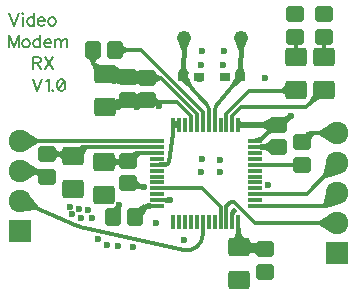
<source format=gbr>
G04 DipTrace 4.3.0.3*
G04 GTL.gbr*
%MOMM*%
G04 #@! TF.FileFunction,Copper,L1,Top*
G04 #@! TF.Part,Single*
%AMOUTLINE0*
4,1,28,
-0.65,-0.503,
-0.65,0.503,
-0.64158,0.56693,
-0.61691,0.6265,
-0.57766,0.67766,
-0.5265,0.71691,
-0.46693,0.74158,
-0.403,0.75,
0.403,0.75,
0.46693,0.74158,
0.5265,0.71691,
0.57766,0.67766,
0.61691,0.6265,
0.64158,0.56693,
0.65,0.503,
0.65,-0.503,
0.64158,-0.56693,
0.61691,-0.6265,
0.57766,-0.67766,
0.5265,-0.71691,
0.46693,-0.74158,
0.403,-0.75,
-0.403,-0.75,
-0.46693,-0.74158,
-0.5265,-0.71691,
-0.57766,-0.67766,
-0.61691,-0.6265,
-0.64158,-0.56693,
-0.65,-0.503,
0*%
%AMOUTLINE2*
4,1,28,
0.503,-0.65,
-0.503,-0.65,
-0.56693,-0.64158,
-0.6265,-0.61691,
-0.67766,-0.57766,
-0.71691,-0.5265,
-0.74158,-0.46693,
-0.75,-0.403,
-0.75,0.403,
-0.74158,0.46693,
-0.71691,0.5265,
-0.67766,0.57766,
-0.6265,0.61691,
-0.56693,0.64158,
-0.503,0.65,
0.503,0.65,
0.56693,0.64158,
0.6265,0.61691,
0.67766,0.57766,
0.71691,0.5265,
0.74158,0.46693,
0.75,0.403,
0.75,-0.403,
0.74158,-0.46693,
0.71691,-0.5265,
0.67766,-0.57766,
0.6265,-0.61691,
0.56693,-0.64158,
0.503,-0.65,
0*%
%AMOUTLINE4*
4,1,28,
-0.66,0.8,
0.66,0.8,
0.72212,0.79182,
0.78,0.76785,
0.82971,0.72971,
0.86785,0.68,
0.89182,0.62212,
0.9,0.56,
0.9,-0.56,
0.89182,-0.62212,
0.86785,-0.68,
0.82971,-0.72971,
0.78,-0.76785,
0.72212,-0.79182,
0.66,-0.8,
-0.66,-0.8,
-0.72212,-0.79182,
-0.78,-0.76785,
-0.82971,-0.72971,
-0.86785,-0.68,
-0.89182,-0.62212,
-0.9,-0.56,
-0.9,0.56,
-0.89182,0.62212,
-0.86785,0.68,
-0.82971,0.72971,
-0.78,0.76785,
-0.72212,0.79182,
-0.66,0.8,
0*%
%AMOUTLINE6*
4,1,28,
-0.50303,0.64998,
0.50297,0.65002,
0.5669,0.64161,
0.62648,0.61693,
0.67763,0.57768,
0.71689,0.52653,
0.74156,0.46696,
0.74998,0.40303,
0.75002,-0.40297,
0.7416,-0.4669,
0.71693,-0.52647,
0.67768,-0.57763,
0.62652,-0.61688,
0.56695,-0.64156,
0.50303,-0.64998,
-0.50297,-0.65002,
-0.5669,-0.64161,
-0.62648,-0.61693,
-0.67763,-0.57768,
-0.71689,-0.52653,
-0.74156,-0.46696,
-0.74998,-0.40303,
-0.75002,0.40297,
-0.7416,0.4669,
-0.71693,0.52647,
-0.67768,0.57763,
-0.62652,0.61688,
-0.56695,0.64156,
-0.50303,0.64998,
0*%
%AMOUTLINE8*
4,1,28,
-0.66003,0.79997,
0.65997,0.80003,
0.72208,0.79185,
0.77997,0.76788,
0.82968,0.72974,
0.86782,0.68004,
0.8918,0.62215,
0.89998,0.56004,
0.90002,-0.55996,
0.89185,-0.62208,
0.86787,-0.67996,
0.82974,-0.72967,
0.78003,-0.76781,
0.72215,-0.79179,
0.66003,-0.79997,
-0.65997,-0.80003,
-0.72208,-0.79185,
-0.77997,-0.76788,
-0.82968,-0.72974,
-0.86782,-0.68004,
-0.8918,-0.62215,
-0.89998,-0.56004,
-0.90002,0.55996,
-0.89185,0.62208,
-0.86787,0.67996,
-0.82974,0.72967,
-0.78003,0.76781,
-0.72215,0.79179,
-0.66003,0.79997,
0*%
%AMOUTLINE10*
4,1,28,
0.66001,-0.79999,
-0.65999,-0.80001,
-0.7221,-0.79184,
-0.77999,-0.76786,
-0.82969,-0.72972,
-0.86783,-0.68002,
-0.89181,-0.62213,
-0.89999,-0.56002,
-0.90001,0.55998,
-0.89183,0.6221,
-0.86786,0.67998,
-0.82972,0.72969,
-0.78001,0.76783,
-0.72213,0.79181,
-0.66001,0.79999,
0.65999,0.80001,
0.7221,0.79184,
0.77999,0.76786,
0.82969,0.72972,
0.86783,0.68002,
0.89181,0.62213,
0.89999,0.56002,
0.90001,-0.55998,
0.89183,-0.6221,
0.86786,-0.67998,
0.82972,-0.72969,
0.78001,-0.76783,
0.72213,-0.79181,
0.66001,-0.79999,
0*%
%AMOUTLINE12*
4,1,28,
0.07,-0.63,
-0.07,-0.63,
-0.09071,-0.62727,
-0.11,-0.61928,
-0.12657,-0.60657,
-0.13928,-0.59,
-0.14727,-0.57071,
-0.15,-0.55,
-0.15,0.55,
-0.14727,0.57071,
-0.13928,0.59,
-0.12657,0.60657,
-0.11,0.61928,
-0.09071,0.62727,
-0.07,0.63,
0.07,0.63,
0.09071,0.62727,
0.11,0.61928,
0.12657,0.60657,
0.13928,0.59,
0.14727,0.57071,
0.15,0.55,
0.15,-0.55,
0.14727,-0.57071,
0.13928,-0.59,
0.12657,-0.60657,
0.11,-0.61928,
0.09071,-0.62727,
0.07,-0.63,
0*%
%AMOUTLINE14*
4,1,28,
0.63,0.07,
0.63,-0.07,
0.62727,-0.09071,
0.61928,-0.11,
0.60657,-0.12657,
0.59,-0.13928,
0.57071,-0.14727,
0.55,-0.15,
-0.55,-0.15,
-0.57071,-0.14727,
-0.59,-0.13928,
-0.60657,-0.12657,
-0.61928,-0.11,
-0.62727,-0.09071,
-0.63,-0.07,
-0.63,0.07,
-0.62727,0.09071,
-0.61928,0.11,
-0.60657,0.12657,
-0.59,0.13928,
-0.57071,0.14727,
-0.55,0.15,
0.55,0.15,
0.57071,0.14727,
0.59,0.13928,
0.60657,0.12657,
0.61928,0.11,
0.62727,0.09071,
0.63,0.07,
0*%
%AMOUTLINE16*
4,1,28,
-0.07,0.63,
0.07,0.63,
0.09071,0.62727,
0.11,0.61928,
0.12657,0.60657,
0.13928,0.59,
0.14727,0.57071,
0.15,0.55,
0.15,-0.55,
0.14727,-0.57071,
0.13928,-0.59,
0.12657,-0.60657,
0.11,-0.61928,
0.09071,-0.62727,
0.07,-0.63,
-0.07,-0.63,
-0.09071,-0.62727,
-0.11,-0.61928,
-0.12657,-0.60657,
-0.13928,-0.59,
-0.14727,-0.57071,
-0.15,-0.55,
-0.15,0.55,
-0.14727,0.57071,
-0.13928,0.59,
-0.12657,0.60657,
-0.11,0.61928,
-0.09071,0.62727,
-0.07,0.63,
0*%
%AMOUTLINE18*
4,1,28,
-0.63,-0.07,
-0.63,0.07,
-0.62727,0.09071,
-0.61928,0.11,
-0.60657,0.12657,
-0.59,0.13928,
-0.57071,0.14727,
-0.55,0.15,
0.55,0.15,
0.57071,0.14727,
0.59,0.13928,
0.60657,0.12657,
0.61928,0.11,
0.62727,0.09071,
0.63,0.07,
0.63,-0.07,
0.62727,-0.09071,
0.61928,-0.11,
0.60657,-0.12657,
0.59,-0.13928,
0.57071,-0.14727,
0.55,-0.15,
-0.55,-0.15,
-0.57071,-0.14727,
-0.59,-0.13928,
-0.60657,-0.12657,
-0.61928,-0.11,
-0.62727,-0.09071,
-0.63,-0.07,
0*%
G04 #@! TA.AperFunction,Conductor*
%ADD15C,0.3*%
G04 #@! TA.AperFunction,ViaPad*
%ADD16C,0.45*%
G04 #@! TA.AperFunction,Conductor*
%ADD17C,0.8*%
G04 #@! TA.AperFunction,ViaPad*
%ADD18C,0.5*%
G04 #@! TA.AperFunction,Conductor*
%ADD19C,0.35*%
G04 #@! TA.AperFunction,ComponentPad*
%ADD25R,1.92X1.92*%
%ADD26C,1.92*%
%ADD28R,0.9X0.7*%
G04 #@! TA.AperFunction,ComponentPad*
%ADD31C,1.2192*%
G04 #@! TA.AperFunction,ViaPad*
%ADD32C,0.6*%
%ADD44C,0.15686*%
%ADD45OUTLINE0*%
%ADD47OUTLINE2*%
%ADD49OUTLINE4*%
%ADD51OUTLINE6*%
%ADD53OUTLINE8*%
%ADD55OUTLINE10*%
%ADD57OUTLINE12*%
%ADD59OUTLINE14*%
%ADD61OUTLINE16*%
%ADD63OUTLINE18*%
%FSLAX35Y35*%
G04*
G71*
G90*
G75*
G01*
G04 Top*
%LPD*%
G36*
X3052500Y1535000D2*
X3078480Y1490000D1*
X3079233Y1482037D1*
X2992557D1*
X2991807Y1490000D1*
X3007500Y1535000D1*
X3052500D1*
G37*
G36*
X3015093Y1605657D2*
X3007637Y1538983D1*
Y1537483D1*
X3052363D1*
Y1538983D1*
X3044907Y1605657D1*
X3015093D1*
G37*
X3030000Y1622000D2*
D15*
Y1536500D1*
D16*
Y1420000D1*
X3040000Y1410000D1*
G36*
X3135000Y1417500D2*
X3180450Y1440000D1*
X3187950D1*
Y1350000D1*
X3180450D1*
X3135000Y1372500D1*
Y1417500D1*
G37*
G36*
X3175000Y1372500D2*
X3130000Y1358740D1*
X3121073Y1359880D1*
Y1446247D1*
X3130000Y1445107D1*
X3175000Y1417500D1*
Y1372500D1*
G37*
X3255000Y1395000D2*
D16*
X3055000D1*
X3040000Y1410000D1*
G36*
X2265910Y1744090D2*
X2225000Y1672047D1*
X2220403Y1667453D1*
X2175063Y1740403D1*
X2179657Y1745000D1*
X2234090Y1775910D1*
X2265910Y1744090D1*
G37*
G36*
X2325657Y1774907D2*
X2258983Y1782363D1*
X2257483D1*
Y1737637D1*
X2258983D1*
X2325657Y1745093D1*
Y1774907D1*
G37*
X2342000Y1760000D2*
D15*
X2256500D1*
D16*
X2250000D1*
X2160000Y1670000D1*
G36*
X3256617Y2335403D2*
X3231000Y2311343D1*
X3229740Y2310527D1*
X3158320Y2324183D1*
X3159580Y2325000D1*
X3235403Y2356617D1*
X3256617Y2335403D1*
G37*
G36*
X3263093Y2384307D2*
X3290000Y2422843D1*
X3295017Y2426977D1*
X3338730Y2389133D1*
X3333713Y2385000D1*
X3284307Y2363093D1*
X3263093Y2384307D1*
G37*
G36*
X3322967Y2401777D2*
X3361773Y2437050D1*
X3362833Y2438113D1*
X3338113Y2462833D1*
X3337050Y2461773D1*
X3301777Y2422967D1*
X3322967Y2401777D1*
G37*
X3168000Y2310000D2*
D15*
X3210000D1*
X3350000Y2450000D1*
D19*
X3365000D1*
G36*
X3429900Y2509990D2*
X3450780Y2526800D1*
X3453343Y2528360D1*
X3475180Y2492483D1*
X3472617Y2490923D1*
X3448097Y2480093D1*
X3429900Y2509990D1*
G37*
G36*
X3478477Y2498587D2*
X3440000Y2454567D1*
X3433593Y2450667D1*
X3399040Y2511100D1*
X3405447Y2515000D1*
X3460280Y2528483D1*
X3478477Y2498587D1*
G37*
X3480000Y2520000D2*
D19*
X3365000Y2450000D1*
X3500000Y3375000D2*
X3509997Y3385000D1*
G36*
X3070000Y2433000D2*
X3045000Y2418000D1*
X3043500D1*
Y2478000D1*
X3045000D1*
X3070000Y2463000D1*
Y2433000D1*
G37*
G36*
X3240000Y2473000D2*
X3291573Y2498970D1*
X3299070Y2499107D1*
X3299967Y2399077D1*
X3292467Y2398940D1*
X3240000Y2423000D1*
Y2473000D1*
G37*
G36*
X3026363Y2433447D2*
X3063937Y2423747D1*
X3065437D1*
Y2472253D1*
X3063937D1*
X3026363Y2462553D1*
Y2433447D1*
G37*
X3030000Y2448000D2*
D15*
X3070000D1*
D18*
X3363000D1*
X3365000Y2450000D1*
G36*
X3132000Y1442500D2*
X3158577Y1446000D1*
X3161577D1*
Y1404000D1*
X3158577D1*
X3132000Y1407500D1*
Y1442500D1*
G37*
G36*
X3165000Y1407500D2*
X3130000Y1385670D1*
X3121083Y1384437D1*
Y1451433D1*
X3130000Y1452667D1*
X3165000Y1442500D1*
Y1407500D1*
G37*
X3180000Y1425000D2*
D19*
X3055000D1*
X3040000Y1410000D1*
G36*
X2169740Y1654993D2*
X2167557Y1636860D1*
X2166580Y1634023D1*
X2127717Y1649953D1*
X2128697Y1652790D1*
X2144993Y1679740D1*
X2169740Y1654993D1*
G37*
X2140000Y1625000D2*
D19*
Y1650000D1*
X2160000Y1670000D1*
X3168000Y2110000D2*
D15*
X3248500D1*
D19*
X3570003D1*
X2342000Y1910000D2*
D15*
X2422500D1*
D19*
X2725000D1*
X2880000Y1755000D1*
Y1702500D1*
D15*
Y1622000D1*
G36*
X1318317Y1725733D2*
X1220430Y1714777D1*
X1211653Y1718670D1*
X1266140Y1841530D1*
X1274913Y1837637D1*
X1332507Y1757727D1*
X1318317Y1725733D1*
G37*
G36*
X2715017Y1594713D2*
X2712520Y1542333D1*
Y1540833D1*
X2747480D1*
Y1542333D1*
X2744983Y1594713D1*
X2715017D1*
G37*
X2730000Y1622000D2*
D15*
Y1541500D1*
D19*
Y1520000D1*
G02X2570000Y1390000I-132799J-16D01*
G01*
X1690000Y1585000D1*
G02X1645000Y1600000I49606J223819D01*
G01*
X1185000Y1804000D1*
G36*
X3749627Y1772373D2*
X3774003Y1867040D1*
X3780793Y1873830D1*
X3875827Y1778793D1*
X3869040Y1772007D1*
X3774373Y1747627D1*
X3749627Y1772373D1*
G37*
G36*
X3195287Y1745017D2*
X3247667Y1742520D1*
X3249167D1*
Y1777480D1*
X3247667D1*
X3195287Y1774983D1*
Y1745017D1*
G37*
X3168000Y1760000D2*
D15*
X3248500D1*
D19*
X3762000D1*
X3870000Y1868000D1*
G36*
X3716403Y1631500D2*
X3801447Y1681200D1*
X3811047D1*
Y1546800D1*
X3801447D1*
X3716403Y1596500D1*
Y1631500D1*
G37*
G36*
X2944983Y1649287D2*
X2947480Y1701667D1*
Y1703167D1*
X2912520D1*
Y1701667D1*
X2915017Y1649287D1*
X2944983D1*
G37*
X3870003Y1614000D2*
D19*
X3176000D1*
X2995000Y1795000D1*
X2965000D1*
X2930000Y1760000D1*
Y1702500D1*
D15*
Y1622000D1*
G36*
X3749010Y2025763D2*
X3774000Y2121040D1*
X3780790Y2127830D1*
X3875823Y2032793D1*
X3869037Y2026007D1*
X3773757Y2001013D1*
X3749010Y2025763D1*
G37*
G36*
X3195287Y1845017D2*
X3247667Y1842520D1*
X3249167D1*
Y1877480D1*
X3247667D1*
X3195287Y1874983D1*
Y1845017D1*
G37*
X3168000Y1860000D2*
D15*
X3248500D1*
D19*
X3607993D1*
X3869997Y2122000D1*
G36*
X2722500Y2813870D2*
X2723633Y2815000D1*
X2722420Y2818283D1*
X2671513D1*
X2672727Y2815000D1*
X2687500Y2813870D1*
X2722500D1*
G37*
X2705000Y2840000D2*
D19*
Y2835000D1*
X2695000Y2850000D1*
X2905000Y2845000D2*
X2915000Y2850000D1*
G36*
X3253500Y2282500D2*
X3290453Y2305020D1*
X3297953D1*
Y2214980D1*
X3290453D1*
X3253500Y2237500D1*
Y2282500D1*
G37*
G36*
X3184343Y2245093D2*
X3251017Y2237637D1*
X3252517D1*
Y2282363D1*
X3251017D1*
X3184343Y2274907D1*
Y2245093D1*
G37*
X3168000Y2260000D2*
D15*
X3253500D1*
D16*
X3360000D1*
X3365000D1*
G36*
X2250000Y2810000D2*
X2151197Y2785713D1*
X2143697D1*
Y2914287D1*
X2151197D1*
X2250000Y2890000D1*
Y2810000D1*
G37*
G36*
X2105000Y2890000D2*
X2204927Y2909533D1*
X2212420Y2909177D1*
X2210153Y2780663D1*
X2202660Y2781023D1*
X2105000Y2810000D1*
Y2890000D1*
G37*
X2094997Y2850000D2*
D17*
X2095000D1*
X2259997D1*
Y2845000D1*
G36*
X2064300Y2813587D2*
X1970587Y2795447D1*
X1961727Y2797043D1*
X1969657Y2953073D1*
X1978513Y2951477D1*
X2074407Y2892947D1*
X2064300Y2813587D1*
G37*
G36*
X1945693Y2909340D2*
X2043250Y2914957D1*
X2050637Y2913647D1*
X2042257Y2785730D1*
X2034870Y2787037D1*
X1935587Y2829980D1*
X1945693Y2909340D1*
G37*
X1899993Y2875000D2*
D17*
Y2874837D1*
X2094997Y2850000D1*
G36*
X2369997Y2822500D2*
X2334997Y2808110D1*
X2327507Y2808503D1*
Y2876790D1*
X2334997Y2876397D1*
X2369997Y2857500D1*
Y2822500D1*
G37*
G36*
X2302580D2*
X2274113Y2821877D1*
X2271133Y2822217D1*
X2275520Y2863987D1*
X2278503Y2863647D1*
X2302580Y2857500D1*
Y2822500D1*
G37*
G36*
X2694983Y2486787D2*
X2697480Y2539167D1*
Y2540667D1*
X2662520D1*
Y2539167D1*
X2665017Y2486787D1*
X2694983D1*
G37*
X2680000Y2448000D2*
D15*
Y2540000D1*
D19*
X2380000Y2840000D1*
X2264997D1*
X2259997Y2845000D1*
X1900000Y2865000D2*
D17*
X1899993Y2874837D1*
X2095000Y2855000D2*
Y2850000D1*
X2255000Y2845000D2*
X2259997D1*
X3360000Y2260000D2*
D16*
D3*
G36*
X2965000Y1677087D2*
X2968527Y1702200D1*
X2969223Y1704600D1*
X3003067Y1695673D1*
X3002367Y1693273D1*
X2995000Y1677087D1*
X2965000D1*
G37*
G36*
X2994983Y1649287D2*
X2997480Y1701667D1*
Y1703167D1*
X2962520D1*
Y1701667D1*
X2965017Y1649287D1*
X2994983D1*
G37*
X2980000Y1622000D2*
D15*
Y1702500D1*
D19*
Y1705000D1*
X2990000Y1715000D1*
G36*
X2402000Y1825000D2*
X2428577Y1831000D1*
X2431577D1*
Y1789000D1*
X2428577D1*
X2402000Y1795000D1*
Y1825000D1*
G37*
G36*
X2369287Y1795017D2*
X2421667Y1792520D1*
X2423167D1*
Y1827480D1*
X2421667D1*
X2369287Y1824983D1*
Y1795017D1*
G37*
X2342000Y1810000D2*
D15*
X2422500D1*
D19*
X2450000D1*
G36*
X3583683Y2338433D2*
X3600000Y2359700D1*
X3602123Y2361823D1*
X3631820Y2332123D1*
X3629700Y2330000D1*
X3608433Y2313683D1*
X3583683Y2338433D1*
G37*
X3630000Y2360000D2*
D19*
X3569997Y2300000D1*
G36*
X2005943Y1730693D2*
X1998313Y1749270D1*
X1997883Y1752240D1*
X2039860Y1750873D1*
X2040293Y1747903D1*
X2037060Y1716097D1*
X2005943Y1730693D1*
G37*
G36*
X2037500Y1770000D2*
X2032963Y1730123D1*
X2029203Y1723633D1*
X1964697Y1738510D1*
X1968457Y1745000D1*
X2002500Y1770000D1*
X2037500D1*
G37*
X2020000D2*
D19*
Y1720000D1*
X1970000Y1670000D1*
G36*
X2187000Y1942500D2*
X2213577Y1946000D1*
X2216577D1*
Y1904000D1*
X2213577D1*
X2187000Y1907500D1*
Y1942500D1*
G37*
G36*
X2117020Y1909423D2*
X2099117Y1925283D1*
X2097230Y1927617D1*
X2122907Y1960853D1*
X2124793Y1958520D1*
X2133830Y1942500D1*
X2117020Y1909423D1*
G37*
G36*
X2210000Y1907500D2*
X2172807Y1904520D1*
X2165637Y1906730D1*
X2167833Y1972867D1*
X2175000Y1970657D1*
X2210000Y1942500D1*
Y1907500D1*
G37*
X2235000Y1925000D2*
D19*
X2125000D1*
X2095000Y1955000D1*
G36*
X1338600Y2040500D2*
X1253557Y1990800D1*
X1243957D1*
Y2125200D1*
X1253557D1*
X1338600Y2075500D1*
Y2040500D1*
G37*
G36*
X1393433Y2041317D2*
X1414700Y2025000D1*
X1416820Y2022877D1*
X1387123Y1993180D1*
X1385000Y1995300D1*
X1368683Y2016567D1*
X1393433Y2041317D1*
G37*
G36*
X1306230Y2075500D2*
X1350930Y2070807D1*
X1357657Y2067487D1*
X1346727Y2001567D1*
X1340000Y2004887D1*
X1306230Y2040500D1*
Y2075500D1*
G37*
X1185000Y2058000D2*
D19*
X1352000D1*
X1415000Y1995000D1*
G36*
X3716390Y2393500D2*
X3801433Y2443200D1*
X3811033D1*
Y2308800D1*
X3801433D1*
X3716390Y2358500D1*
Y2393500D1*
G37*
G36*
X3673377Y2358500D2*
X3657367Y2347713D1*
X3654603Y2346547D1*
X3640070Y2385950D1*
X3642833Y2387117D1*
X3673377Y2393500D1*
Y2358500D1*
G37*
G36*
X3666553D2*
X3644997Y2320253D1*
X3639780Y2314863D1*
X3589470Y2359610D1*
X3594687Y2365000D1*
X3639550Y2392267D1*
X3666553Y2358500D1*
G37*
X3869990Y2376000D2*
D19*
X3646000D1*
X3630000Y2360000D1*
G36*
X3262237Y1187487D2*
X3264270Y1186390D1*
X3266053Y1183977D1*
X3237330Y1183877D1*
X3235547Y1186290D1*
X3232550Y1201303D1*
X3262237Y1187487D1*
G37*
X3250000Y1160000D2*
D19*
Y1200000D1*
X3255000Y1205000D1*
X3035000Y1105000D2*
Y1125000D1*
X3040000Y1130000D1*
X2095000Y1955000D2*
X2100000D1*
G36*
X1895000Y1867500D2*
X1918577Y1871000D1*
X1921577D1*
Y1829000D1*
X1918577D1*
X1895000Y1832500D1*
Y1867500D1*
G37*
X1940000Y1850000D2*
D19*
X1895000D1*
G36*
X1642377Y1917373D2*
X1662320Y1929880D1*
X1665000Y1900000D1*
X1657053Y1872260D1*
X1654060Y1872067D1*
X1626403Y1884760D1*
X1642377Y1917373D1*
G37*
X1665000Y1900000D2*
D19*
X1635003D1*
X1630003Y1905000D1*
X1415000Y1995000D2*
Y2010000D1*
X1900000Y2865000D2*
Y2874993D1*
X1899993Y2875000D1*
G36*
X1782500Y2970000D2*
X1765000Y3005000D1*
Y3012500D1*
X1835000D1*
Y3005000D1*
X1817500Y2970000D1*
X1782500D1*
G37*
G36*
X1878433Y2911317D2*
X1899700Y2895000D1*
X1901820Y2892877D1*
X1872123Y2863180D1*
X1870000Y2865300D1*
X1853683Y2886567D1*
X1878433Y2911317D1*
G37*
G36*
X1782500Y3032000D2*
X1779000Y3058577D1*
Y3061577D1*
X1821000D1*
Y3058577D1*
X1817500Y3032000D1*
X1782500D1*
G37*
G36*
X1812373Y2977373D2*
X1863697Y2955000D1*
X1869673Y2949677D1*
X1815967Y2908843D1*
X1809993Y2914163D1*
X1787627Y2952627D1*
X1812373Y2977373D1*
G37*
X1800000Y3080000D2*
D19*
Y2965000D1*
X1900000Y2865000D1*
G36*
X3390000Y2752500D2*
X3425000Y2772910D1*
X3433960Y2773740D1*
Y2705833D1*
X3425000Y2705003D1*
X3390000Y2717500D1*
Y2752500D1*
G37*
G36*
X2944983Y2486787D2*
X2947480Y2539167D1*
Y2540667D1*
X2912520D1*
Y2539167D1*
X2915017Y2486787D1*
X2944983D1*
G37*
X2930000Y2448000D2*
D15*
Y2540000D1*
D19*
X3125000Y2735000D1*
X3505000D1*
X3515000Y2745000D1*
G36*
X3640660Y2655410D2*
X3665000Y2697353D1*
X3670657Y2703010D1*
X3730243Y2670657D1*
X3724587Y2665000D1*
X3665410Y2630660D1*
X3640660Y2655410D1*
G37*
X2980000Y2448000D2*
D19*
Y2520000D1*
X3055000Y2595000D1*
X3605000D1*
X3755000Y2745000D1*
G36*
X2090000Y3062500D2*
X2055000Y3045000D1*
X2048500D1*
Y3115000D1*
X2055000D1*
X2090000Y3097500D1*
Y3062500D1*
G37*
G36*
X2744983Y2475287D2*
X2747480Y2527667D1*
Y2529167D1*
X2712520D1*
Y2527667D1*
X2715017Y2475287D1*
X2744983D1*
G37*
X2730000Y2448000D2*
D15*
Y2528500D1*
D19*
Y2560000D1*
X2210000Y3080000D1*
X1990000D1*
G36*
X3026943Y3082910D2*
X3007803Y3137287D1*
X3007920Y3143383D1*
X3093250Y3141753D1*
X3093133Y3135660D1*
X3071933Y3082053D1*
X3026943Y3082910D1*
G37*
G36*
X3069023Y2929563D2*
X3089887Y2885000D1*
X3089820Y2881500D1*
X3000547D1*
X3000613Y2885000D1*
X3024030Y2930420D1*
X3069023Y2929563D1*
G37*
X3051300Y3180000D2*
D16*
X3045000Y2850000D1*
G36*
X2979983Y2799317D2*
X3000000Y2843480D1*
X3002240Y2846170D1*
X3063977Y2817690D1*
X3061737Y2815000D1*
X3006870Y2776910D1*
X2979983Y2799317D1*
G37*
G36*
X2844983Y2475287D2*
X2847480Y2527667D1*
Y2529167D1*
X2812520D1*
Y2527667D1*
X2815017Y2475287D1*
X2844983D1*
G37*
X2830000Y2448000D2*
D15*
Y2528500D1*
D19*
Y2570000D1*
G02X2845000Y2610000I60788J17D01*
G01*
X3045000Y2850000D1*
G36*
X2545107Y3082723D2*
X2525543Y3136947D1*
X2525610Y3143043D1*
X2610950Y3142087D1*
X2610880Y3135990D1*
X2590107Y3082217D1*
X2545107Y3082723D1*
G37*
G36*
X2588397Y2929743D2*
X2610003Y2885000D1*
X2609957Y2881500D1*
X2565000Y2850000D1*
X2519997Y2885000D1*
X2543400Y2930250D1*
X2588397Y2929743D1*
G37*
X2568700Y3180000D2*
D16*
X2565000Y2850000D1*
G36*
X2598513Y2776467D2*
X2547553Y2815000D1*
X2545453Y2817800D1*
X2607900Y2842860D1*
X2610000Y2840063D1*
X2625947Y2798203D1*
X2598513Y2776467D1*
G37*
G36*
X2794983Y2475287D2*
X2797480Y2527667D1*
Y2529167D1*
X2762520D1*
Y2527667D1*
X2765017Y2475287D1*
X2794983D1*
G37*
X2780000Y2448000D2*
D15*
Y2528500D1*
D19*
Y2585000D1*
G03X2765000Y2620000I-48282J22D01*
G01*
G02X2565000Y2850000I1118879J1174895D01*
G01*
G36*
X2150003Y2672500D2*
X2185003Y2690000D1*
X2192503D1*
Y2620000D1*
X2185003D1*
X2150003Y2637500D1*
Y2672500D1*
G37*
X2260003Y2655000D2*
D19*
X2100003D1*
X2095003Y2660000D1*
G36*
X2106253Y2699677D2*
X2204820Y2719510D1*
X2212313Y2719197D1*
X2210287Y2590670D1*
X2202793Y2590983D1*
X2103830Y2619713D1*
X2106253Y2699677D1*
G37*
X2095003Y2660000D2*
D17*
X2260003Y2655000D1*
X1900007Y2595000D2*
Y2594997D1*
X2095003Y2660000D1*
G36*
X2360000Y2622500D2*
X2334973Y2613400D1*
X2327597Y2614757D1*
X2327627Y2680440D1*
X2335003Y2679087D1*
X2360000Y2657500D1*
Y2622500D1*
G37*
X2630000Y2448000D2*
D15*
Y2520000D1*
D19*
X2510000Y2640000D1*
X2360000D1*
X2275003D1*
X2260003Y2655000D1*
X2260000Y2630000D2*
X2260003Y2655000D1*
X2100000Y2620000D2*
X2100003Y2655000D1*
X2360000Y2610000D2*
Y2640000D1*
G36*
X1338600Y2294500D2*
X1253557Y2244800D1*
X1243957D1*
Y2379200D1*
X1253557D1*
X1338600Y2329500D1*
Y2294500D1*
G37*
G36*
X2281160Y2315087D2*
X2288383Y2325000D1*
X2342000Y2310000D1*
X2338410Y2295703D1*
X2337087Y2295000D1*
X2262510Y2292530D1*
X2281160Y2315087D1*
G37*
G36*
X2314713Y2324983D2*
X2262333Y2327480D1*
X2260833D1*
Y2292520D1*
X2262333D1*
X2314713Y2295017D1*
Y2324983D1*
G37*
X1185000Y2312000D2*
D19*
X2259500D1*
X2261500Y2310000D1*
D15*
X2342000D1*
G36*
X1745660Y2242500D2*
X1719997Y2195543D1*
X1714453Y2188453D1*
X1682600Y2257907D1*
X1688143Y2265000D1*
X1701280Y2277100D1*
X1745660Y2242500D1*
G37*
G36*
X2314713Y2274983D2*
X2262333Y2277480D1*
X2260833D1*
Y2242520D1*
X2262333D1*
X2314713Y2245017D1*
Y2274983D1*
G37*
X2342000Y2260000D2*
D15*
X2261500D1*
D19*
X1704997D1*
X1629997Y2185000D1*
G36*
X1525000Y2182500D2*
X1490000Y2165000D1*
X1482500D1*
Y2235000D1*
X1490000D1*
X1525000Y2217500D1*
Y2182500D1*
G37*
G36*
X1505000Y2217500D2*
X1540000Y2227667D1*
X1548913Y2226433D1*
Y2159437D1*
X1540000Y2160670D1*
X1505000Y2182500D1*
Y2217500D1*
G37*
X1415000Y2200000D2*
D19*
X1614997D1*
X1629997Y2185000D1*
G36*
X2196967Y2192500D2*
X2175000Y2156227D1*
X2169710Y2150913D1*
X2127500Y2204687D1*
X2132793Y2210000D1*
X2160397Y2226883D1*
X2196967Y2192500D1*
G37*
G36*
X2314713Y2224983D2*
X2262333Y2227480D1*
X2260833D1*
Y2192520D1*
X2262333D1*
X2314713Y2195017D1*
Y2224983D1*
G37*
X2342000Y2210000D2*
D15*
X2261500D1*
D19*
X2165000D1*
X2100000Y2145000D1*
G36*
X2020000Y2112500D2*
X1985000Y2095000D1*
X1976000D1*
Y2165000D1*
X1985000D1*
X2020000Y2147500D1*
Y2112500D1*
G37*
G36*
X1990000Y2147500D2*
X2025000Y2169893D1*
X2032410Y2171050D1*
X2032457Y2104357D1*
X2025047Y2103200D1*
X1990000Y2112500D1*
Y2147500D1*
G37*
X1895000Y2130000D2*
D19*
X2085000D1*
X2100000Y2145000D1*
X3515000Y3025000D2*
Y3195000D1*
X3510000D1*
G36*
X2450450Y2108127D2*
X2398967Y2095247D1*
X2342000Y2110000D1*
X2286620Y2124990D1*
X2424603Y2131727D1*
X2450450Y2108127D1*
G37*
G36*
X2361787Y2095017D2*
X2414167Y2092520D1*
X2415667D1*
Y2127480D1*
X2414167D1*
X2361787Y2124983D1*
Y2095017D1*
G37*
G36*
X2463863Y2421380D2*
X2459127Y2369153D1*
X2459063Y2367653D1*
X2493993Y2366160D1*
X2494057Y2367657D1*
X2493803Y2420097D1*
X2463863Y2421380D1*
G37*
X2342000Y2110000D2*
D15*
X2415000D1*
D19*
G03X2445000Y2135000I20J30476D01*
G01*
X2476557Y2367573D1*
D15*
X2480000Y2448000D1*
G36*
X2525000Y2433000D2*
X2495000Y2418000D1*
X2493500D1*
Y2478000D1*
X2495000D1*
X2525000Y2463000D1*
Y2433000D1*
G37*
G36*
X2485000Y2463000D2*
X2515000Y2478000D1*
X2516500D1*
Y2418000D1*
X2515000D1*
X2485000Y2433000D1*
Y2463000D1*
G37*
X2480000Y2448000D2*
D15*
X2530000D1*
X3755000Y3025000D2*
D19*
Y3195000D1*
D16*
X2705000Y2840000D3*
X2905000Y2845000D3*
D32*
X2260000Y2630000D3*
X2100000Y2620000D3*
X1900000Y2595000D3*
X2360000Y2610000D3*
X2175000Y2600000D3*
X2010000Y2595000D3*
X1790000Y1655000D3*
X1755000Y1730000D3*
X1685000Y1735000D3*
X1605000Y1755000D3*
X1915000Y1430000D3*
X2015000Y1425000D3*
X1620000Y1695000D3*
X1695000Y1655000D3*
X2135000Y1415000D3*
X2140000Y1625000D3*
X3255000Y1395000D3*
X3180000Y1425000D3*
X3480000Y2520000D3*
X1840000Y1485000D3*
X2330000Y1615000D3*
X2575000Y1470000D3*
X3760000Y3385000D3*
X3500000Y3375000D3*
X1800000Y3080000D3*
X1900000Y2865000D3*
X2095000Y2855000D3*
X2255000Y2845000D3*
X3630000Y2360000D3*
X3360000Y2260000D3*
X3250000Y1160000D3*
X3035000Y1105000D3*
D18*
X2990000Y1715000D3*
D32*
X2095000Y1955000D3*
X1940000Y1850000D3*
X1665000Y1900000D3*
X1415000Y1995000D3*
X2020000Y1770000D3*
X2450000Y1810000D3*
X2875000Y2150000D3*
X2720000Y2160000D3*
X2715000Y2050000D3*
X2875000Y2045000D3*
X3285000Y1940000D3*
X3260000Y2845000D3*
X2910000Y3075000D3*
X2720000D3*
X2715000Y2955000D3*
X2905000D3*
X2235000Y1925000D3*
D25*
X3870009Y1360000D3*
D26*
X3870005Y1614000D3*
X3870000Y1868000D3*
X3869995Y2122000D3*
X3869991Y2376000D3*
D45*
X1970000Y1670000D3*
X2160000D3*
D47*
X3365000Y2260000D3*
Y2450000D3*
X3255000Y1205000D3*
Y1395000D3*
D45*
X1800000Y3080000D3*
X1990000D3*
D49*
X3040000Y1410000D3*
Y1130000D3*
D51*
X2259997Y2845000D3*
X2260005Y2655000D3*
X2094997Y2850000D3*
X2095005Y2660000D3*
D53*
X1899994Y2875000D3*
X1900006Y2595000D3*
D55*
X1630003Y1905000D3*
X1629997Y2185000D3*
D47*
X1415000Y2010000D3*
Y2200000D3*
D55*
X1895000Y1850000D3*
Y2130000D3*
D28*
X2695000Y2850000D3*
X2565000D3*
X2915000D3*
X3045000D3*
D47*
X2100000Y1955000D3*
Y2145000D3*
D49*
X3755000Y3025000D3*
Y2745000D3*
X3515000Y3025000D3*
Y2745000D3*
D51*
X3569998Y2300000D3*
X3570002Y2110000D3*
D47*
X3510002Y3195000D3*
X3509998Y3385000D3*
X3755002Y3195000D3*
X3754998Y3385000D3*
D57*
X3030000Y2448000D3*
X2980000D3*
X2930000D3*
X2880000D3*
X2830000D3*
X2780000D3*
X2730000D3*
X2680000D3*
X2630000D3*
X2580000D3*
X2530000D3*
X2480000D3*
D59*
X2342000Y2310000D3*
Y2260000D3*
Y2210000D3*
Y2160000D3*
Y2110000D3*
Y2060000D3*
Y2010000D3*
Y1960000D3*
Y1910000D3*
Y1860000D3*
Y1810000D3*
Y1760000D3*
D61*
X2480000Y1622000D3*
X2530000D3*
X2580000D3*
X2630000D3*
X2680000D3*
X2730000D3*
X2780000D3*
X2830000D3*
X2880000D3*
X2930000D3*
X2980000D3*
X3030000D3*
D63*
X3168000Y1760000D3*
Y1810000D3*
Y1860000D3*
Y1910000D3*
Y1960000D3*
Y2010000D3*
Y2060000D3*
Y2110000D3*
Y2160000D3*
Y2210000D3*
Y2260000D3*
Y2310000D3*
D25*
X1185000Y1550000D3*
D26*
Y1804000D3*
Y2058000D3*
Y2312000D3*
D31*
X2568700Y3180000D3*
X3051300D3*
X1092843Y3390540D2*
D44*
X1131702Y3288452D1*
X1170560Y3390540D1*
X1201933D2*
X1206762Y3385711D1*
X1211703Y3390540D1*
X1206762Y3395481D1*
X1201933Y3390540D1*
X1206762Y3356511D2*
Y3288452D1*
X1301364Y3390540D2*
Y3288452D1*
Y3341911D2*
X1291705Y3351681D1*
X1281934Y3356511D1*
X1267334D1*
X1257676Y3351681D1*
X1247905Y3341911D1*
X1243076Y3327311D1*
Y3317652D1*
X1247905Y3303052D1*
X1257676Y3293394D1*
X1267334Y3288452D1*
X1281934D1*
X1291705Y3293394D1*
X1301364Y3303052D1*
X1332736Y3327311D2*
X1391024D1*
Y3337081D1*
X1386195Y3346852D1*
X1381365Y3351681D1*
X1371595Y3356511D1*
X1356995D1*
X1347336Y3351681D1*
X1337565Y3341911D1*
X1332736Y3327311D1*
Y3317652D1*
X1337565Y3303052D1*
X1347336Y3293394D1*
X1356995Y3288452D1*
X1371595D1*
X1381365Y3293394D1*
X1391024Y3303052D1*
X1446655Y3356511D2*
X1436996Y3351681D1*
X1427226Y3341911D1*
X1422396Y3327311D1*
Y3317652D1*
X1427226Y3303052D1*
X1436996Y3293394D1*
X1446655Y3288452D1*
X1461255D1*
X1471026Y3293394D1*
X1480684Y3303052D1*
X1485626Y3317652D1*
Y3327311D1*
X1480684Y3341911D1*
X1471026Y3351681D1*
X1461255Y3356511D1*
X1446655D1*
X1170560Y3103478D2*
Y3205565D1*
X1131702Y3103478D1*
X1092843Y3205565D1*
Y3103478D1*
X1226191Y3171536D2*
X1216533Y3166707D1*
X1206762Y3156936D1*
X1201933Y3142336D1*
Y3132678D1*
X1206762Y3118078D1*
X1216533Y3108419D1*
X1226191Y3103478D1*
X1240791D1*
X1250562Y3108419D1*
X1260220Y3118078D1*
X1265162Y3132678D1*
Y3142336D1*
X1260220Y3156936D1*
X1250562Y3166707D1*
X1240791Y3171536D1*
X1226191D1*
X1354822Y3205565D2*
Y3103478D1*
Y3156936D2*
X1345164Y3166707D1*
X1335393Y3171536D1*
X1320793D1*
X1311134Y3166707D1*
X1301364Y3156936D1*
X1296534Y3142336D1*
Y3132678D1*
X1301364Y3118078D1*
X1311134Y3108419D1*
X1320793Y3103478D1*
X1335393D1*
X1345164Y3108419D1*
X1354822Y3118078D1*
X1386195Y3142336D2*
X1444482D1*
Y3152107D1*
X1439653Y3161878D1*
X1434824Y3166707D1*
X1425053Y3171536D1*
X1410453D1*
X1400795Y3166707D1*
X1391024Y3156936D1*
X1386195Y3142336D1*
Y3132678D1*
X1391024Y3118078D1*
X1400795Y3108419D1*
X1410453Y3103478D1*
X1425053D1*
X1434824Y3108419D1*
X1444482Y3118078D1*
X1475855Y3171536D2*
Y3103478D1*
Y3152107D2*
X1490455Y3166707D1*
X1500226Y3171536D1*
X1514713D1*
X1524484Y3166707D1*
X1529313Y3152107D1*
Y3103478D1*
Y3152107D2*
X1543913Y3166707D1*
X1553684Y3171536D1*
X1568172D1*
X1577943Y3166707D1*
X1582884Y3152107D1*
Y3103478D1*
X1290357Y2971961D2*
X1334045D1*
X1348645Y2976903D1*
X1353587Y2981732D1*
X1358416Y2991391D1*
Y3001161D1*
X1353587Y3010820D1*
X1348645Y3015761D1*
X1334045Y3020591D1*
X1290357D1*
Y2918503D1*
X1324387Y2971961D2*
X1358416Y2918503D1*
X1389788Y3020591D2*
X1457847Y2918503D1*
Y3020591D2*
X1389788Y2918503D1*
X1290357Y2835616D2*
X1329216Y2733528D1*
X1368074Y2835616D1*
X1399447Y2816075D2*
X1409218Y2821016D1*
X1423818Y2835504D1*
Y2733528D1*
X1460019Y2743299D2*
X1455190Y2738358D1*
X1460019Y2733528D1*
X1464961Y2738358D1*
X1460019Y2743299D1*
X1525534Y2835504D2*
X1510934Y2830675D1*
X1501163Y2816075D1*
X1496334Y2791816D1*
Y2777216D1*
X1501163Y2752958D1*
X1510934Y2738358D1*
X1525534Y2733528D1*
X1535192D1*
X1549792Y2738358D1*
X1559450Y2752958D1*
X1564392Y2777216D1*
Y2791816D1*
X1559450Y2816075D1*
X1549792Y2830675D1*
X1535192Y2835504D1*
X1525534D1*
X1559450Y2816075D2*
X1501163Y2752958D1*
M02*

</source>
